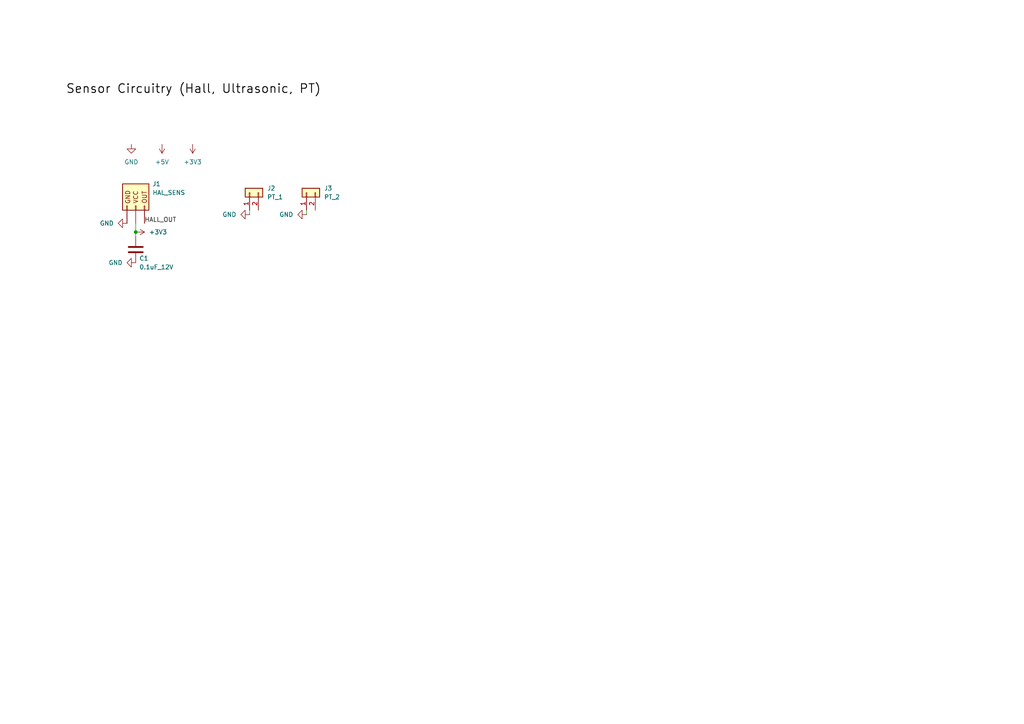
<source format=kicad_sch>
(kicad_sch (version 20231120) (generator "eeschema") (generator_version "8.0")
  (paper "A4")
  (title_block (title "ULC Board Sensor Circuitry") (rev "A") (company "Queen's Rocket Engineering Team") (comment 1 "Jeevan Sanchez"))
  (lib_symbols
    (symbol "Connector_Generic:Conn_01x02" (pin_names (offset 1.016) hide)
      (property "Reference" "J" (at 0 2.54 0))
      (property "Value" "Conn_01x02" (at 0 -5.08 0))
      (symbol "Conn_01x02_1_1"
        (rectangle (start -1.27 -2.413) (end 0 -2.667) (stroke (width 0.1524)))
        (rectangle (start -1.27 0.127) (end 0 -0.127) (stroke (width 0.1524)))
        (rectangle (start -1.27 1.27) (end 1.27 -3.81) (stroke (width 0.254)) (fill (type background)))
        (pin passive line (at -5.08 0 0) (length 3.81) (name "Pin_1") (number "1"))
        (pin passive line (at -5.08 -2.54 0) (length 3.81) (name "Pin_2") (number "2"))
      )
    )
    (symbol "Connector_Generic:Conn_01x03" (pin_names (offset 1.016) hide)
      (property "Reference" "J1" (at 6.35 -4.826 90))
      (property "Value" "HAL_SENS" (at 3.81 -4.826 90))
      (symbol "Conn_01x03_1_1"
        (rectangle (start -1.27 -2.413) (end 0 -2.667) (stroke (width 0.1524)))
        (rectangle (start -1.27 0.127) (end 0 -0.127) (stroke (width 0.1524)))
        (rectangle (start -1.27 2.667) (end 0 2.413) (stroke (width 0.1524)))
        (rectangle (start -1.27 3.81) (end 6.35 -3.81) (stroke (width 0.254)) (fill (type background)))
        (text "GND\n" (at 2.54 2.286 0) (effects (font (size 1.27 1.27))))
        (text "OUT\n" (at 2.54 -2.54 0) (effects (font (size 1.27 1.27))))
        (text "VCC\n" (at 2.54 0 0) (effects (font (size 1.27 1.27))))
        (pin passive line (at -5.08 0 0) (length 3.81) (name "GND") (number ""))
        (pin passive line (at -5.08 -2.54 0) (length 3.81) (name "OUT") (number ""))
        (pin passive line (at -5.08 2.54 0) (length 3.81) (name "VCC") (number ""))
      )
    )
    (symbol "Device:C" (pin_numbers hide) (pin_names (offset 0.254))
      (property "Reference" "C" (at 0.635 2.54 0))
      (property "Value" "C" (at 0.635 -2.54 0))
      (symbol "C_0_1"
        (polyline (pts (xy -2.032 -0.762) (xy 2.032 -0.762)) (stroke (width 0.508)))
        (polyline (pts (xy -2.032 0.762) (xy 2.032 0.762)) (stroke (width 0.508)))
      )
      (symbol "C_1_1"
        (pin passive line (at 0 3.81 270) (length 2.794) (name "~") (number "1"))
        (pin passive line (at 0 -3.81 90) (length 2.794) (name "~") (number "2"))
      )
    )
    (symbol "power:+3V3" (power) (pin_numbers hide) (pin_names (offset 0) hide)
      (property "Value" "+3V3" (at 0 3.556 0))
      (symbol "+3V3_0_1"
        (polyline (pts (xy -0.762 1.27) (xy 0 2.54)))
        (polyline (pts (xy 0 0) (xy 0 2.54)))
        (polyline (pts (xy 0 2.54) (xy 0.762 1.27)))
      )
      (symbol "+3V3_1_1"
        (pin power_in line (at 0 0 90) (length 0) (name "~") (number "1"))
      )
    )
    (symbol "power:+5V" (power) (pin_numbers hide) (pin_names (offset 0) hide)
      (property "Value" "+5V" (at 0 3.556 0))
      (symbol "+5V_0_1"
        (polyline (pts (xy -0.762 1.27) (xy 0 2.54)))
        (polyline (pts (xy 0 0) (xy 0 2.54)))
        (polyline (pts (xy 0 2.54) (xy 0.762 1.27)))
      )
      (symbol "+5V_1_1"
        (pin power_in line (at 0 0 90) (length 0) (name "~") (number "1"))
      )
    )
    (symbol "power:GND" (power) (pin_numbers hide) (pin_names (offset 0) hide)
      (property "Value" "GND" (at 0 -3.81 0))
      (symbol "GND_0_1"
        (polyline (pts (xy 0 0) (xy 0 -1.27) (xy 1.27 -1.27) (xy 0 -2.54) (xy -1.27 -1.27) (xy 0 -1.27)))
      )
      (symbol "GND_1_1"
        (pin power_in line (at 0 0 270) (length 0) (name "~") (number "1"))
      )
    )
  )
  (junction (at 39.37 67.31))
  (wire (pts (xy 39.37 68.58) (xy 39.37 67.31)))
  (wire (pts (xy 72.39 62.23) (xy 72.39 60.96)))
  (wire (pts (xy 39.37 67.31) (xy 39.37 64.77)))
  (wire (pts (xy 88.9 62.23) (xy 88.9 60.96)))
  (text "Sensor Circuitry (Hall, Ultrasonic, PT)" (at 56.134 25.908 0) (effects (font (size 2.54 2.54) (thickness 0.254) (bold yes))))
  (label "HALL_OUT" (at 41.91 64.77 0))
  (symbol (lib_id "power:+3V3") (at 39.37 67.31 270) (unit 1)
    (property "Reference" "#PWR06" (effects (hide yes)))
    (property "Value" "+3V3" (at 43.18 67.3101 90) (effects (justify left)))
    (property "Description" "Power symbol creates a global label with name \"+3V3\"" (effects (hide yes)))
  )
  (symbol (lib_id "power:GND") (at 38.1 41.91 0) (unit 1)
    (property "Reference" "#PWR01" (effects (hide yes)))
    (property "Value" "GND" (at 38.1 46.99 0))
    (property "Description" "Power symbol creates a global label with name \"GND\" , ground" (effects (hide yes)))
  )
  (symbol (lib_id "power:+5V") (at 46.99 41.91 180) (unit 1)
    (property "Reference" "#PWR02" (effects (hide yes)))
    (property "Value" "+5V" (at 46.99 46.99 0))
    (property "Description" "Power symbol creates a global label with name \"+5V\"" (effects (hide yes)))
  )
  (symbol (lib_id "Connector_Generic:Conn_01x03") (at 39.37 59.69 90) (unit 1)
    (property "Reference" "J1" (at 44.196 53.34 90) (effects (justify right)))
    (property "Value" "HAL_SENS" (at 44.196 55.88 90) (effects (justify right)))
    (property "Description" "Generic connector, single row, 01x03, script generated (kicad-library-utils/schlib/autogen/connector/)" (effects (hide yes)))
  )
  (symbol (lib_id "power:GND") (at 72.39 62.23 270) (unit 1)
    (property "Reference" "#PWR07" (effects (hide yes)))
    (property "Value" "GND" (at 68.58 62.2299 90) (effects (justify right)))
    (property "Description" "Power symbol creates a global label with name \"GND\" , ground" (effects (hide yes)))
  )
  (symbol (lib_id "power:GND") (at 39.37 76.2 270) (unit 1)
    (property "Reference" "#PWR04" (effects (hide yes)))
    (property "Value" "GND" (at 35.56 76.1999 90) (effects (justify right)))
    (property "Datasheet" "https://www.ti.com/lit/ds/symlink/drv5055.pdf?HQS=dis-dk-null-digikeymode-dsf-pf-null-wwe&ts=1641231273160" (effects (hide yes)))
    (property "Description" "Hall effect sensor." (effects (hide yes)))
  )
  (symbol (lib_id "power:+3V3") (at 55.88 41.91 180) (unit 1)
    (property "Reference" "#PWR03" (effects (hide yes)))
    (property "Value" "+3V3" (at 55.88 46.99 0))
    (property "Description" "Power symbol creates a global label with name \"+3V3\"" (effects (hide yes)))
  )
  (symbol (lib_id "Connector_Generic:Conn_01x02") (at 88.9 55.88 90) (unit 1)
    (property "Reference" "J3" (at 93.98 54.6099 90) (effects (justify right)))
    (property "Value" "PT_2" (at 93.98 57.1499 90) (effects (justify right)))
    (property "Datasheet" "https://www.instrumart.com/assets/Setra-209H-Datasheet.pdf?srsltid=AfmBOopu2crXxkUQG31K4d3R_HBIXk4e909zcQpueoXf2bMSBoYDKgm2" (effects (hide yes)))
    (property "Description" "Pressure Transducer" (effects (hide yes)))
  )
  (symbol (lib_id "power:GND") (at 36.83 64.77 270) (unit 1)
    (property "Reference" "#PWR05" (effects (hide yes)))
    (property "Value" "GND" (at 33.02 64.7699 90) (effects (justify right)))
    (property "Datasheet" "https://www.ti.com/lit/ds/symlink/drv5055.pdf?HQS=dis-dk-null-digikeymode-dsf-pf-null-wwe&ts=1641231273160" (effects (hide yes)))
    (property "Description" "Hall effect sensor." (effects (hide yes)))
  )
  (symbol (lib_id "Connector_Generic:Conn_01x02") (at 72.39 55.88 90) (unit 1)
    (property "Reference" "J2" (at 77.47 54.6099 90) (effects (justify right)))
    (property "Value" "PT_1" (at 77.47 57.1499 90) (effects (justify right)))
    (property "Datasheet" "https://www.instrumart.com/assets/Setra-209H-Datasheet.pdf?srsltid=AfmBOopu2crXxkUQG31K4d3R_HBIXk4e909zcQpueoXf2bMSBoYDKgm2" (effects (hide yes)))
    (property "Description" "Pressure Transducer" (effects (hide yes)))
  )
  (symbol (lib_id "power:GND") (at 88.9 62.23 270) (unit 1)
    (property "Reference" "#PWR08" (effects (hide yes)))
    (property "Value" "GND" (at 85.09 62.2299 90) (effects (justify right)))
    (property "Description" "Power symbol creates a global label with name \"GND\" , ground" (effects (hide yes)))
  )
  (symbol (lib_id "Device:C") (at 39.37 72.39 0) (unit 1)
    (property "Reference" "C1" (at 40.386 74.93 0) (effects (justify left)))
    (property "Value" "0.1uF_12V" (at 40.386 77.47 0) (effects (justify left)))
    (property "Description" "Unpolarized capacitor" (effects (hide yes)))
  )
)
</source>
